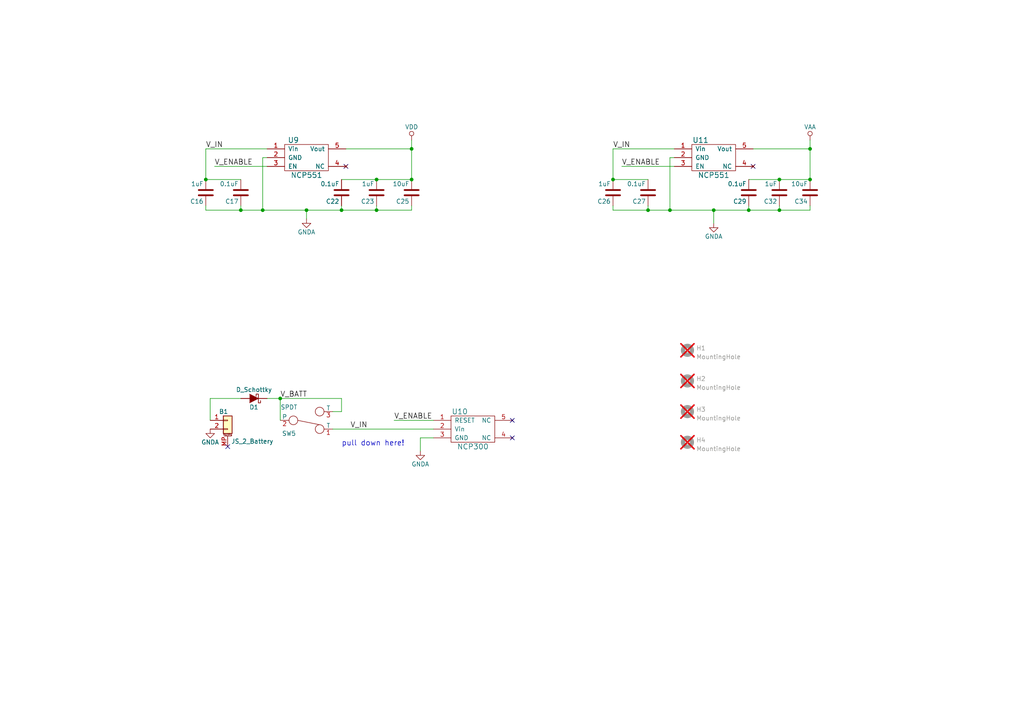
<source format=kicad_sch>
(kicad_sch (version 20231120) (generator "eeschema") (generator_version "8.0")
  (paper "A4")
  (lib_symbols
    (symbol "Connector_Generic_MountingPin:Conn_01x02_MountingPin" (pin_names (offset 1.016) hide)
      (property "Reference" "J" (at 0 2.54 0))
      (property "Value" "Conn_01x02_MountingPin" (at 1.27 -5.08 0))
      (symbol "Conn_01x02_MountingPin_1_1"
        (rectangle (start -1.27 -2.413) (end 0 -2.667) (stroke (width 0.1524)))
        (rectangle (start -1.27 0.127) (end 0 -0.127) (stroke (width 0.1524)))
        (rectangle (start -1.27 1.27) (end 1.27 -3.81) (stroke (width 0.254)) (fill (type background)))
        (polyline (pts (xy -1.016 -4.572) (xy 1.016 -4.572)) (stroke (width 0.1524)))
        (text "Mounting" (at 0 -4.191 0) (effects (font (size 0.381 0.381))))
        (pin passive line (at -5.08 0 0) (length 3.81) (name "Pin_1") (number "1"))
        (pin passive line (at -5.08 -2.54 0) (length 3.81) (name "Pin_2") (number "2"))
        (pin passive line (at 0 -7.62 90) (length 3.048) (name "MountPin") (number "MP"))
      )
    )
    (symbol "Ganglion_01-rescue:C" (pin_numbers hide) (pin_names (offset 0.254))
      (property "Reference" "C" (at 0.635 2.54 0))
      (property "Value" "C" (at 0.635 -2.54 0))
      (symbol "C_0_1"
        (polyline (pts (xy -2.032 -0.762) (xy 2.032 -0.762)) (stroke (width 0.508)))
        (polyline (pts (xy -2.032 0.762) (xy 2.032 0.762)) (stroke (width 0.508)))
      )
      (symbol "C_1_1"
        (pin passive line (at 0 3.81 270) (length 2.794) (name "~") (number "1"))
        (pin passive line (at 0 -3.81 90) (length 2.794) (name "~") (number "2"))
      )
    )
    (symbol "Ganglion_01-rescue:D_Schottky" (pin_numbers hide) (pin_names (offset 1.016) hide)
      (property "Reference" "D" (at 0 2.54 0))
      (property "Value" "D_Schottky" (at 0 -2.54 0))
      (symbol "D_Schottky_0_1"
        (polyline (pts (xy 1.27 1.27) (xy -1.27 0) (xy 1.27 -1.27)) (fill (type outline)))
        (polyline (pts (xy -1.905 0.635) (xy -1.905 1.27) (xy -1.27 1.27) (xy -1.27 -1.27) (xy -0.635 -1.27) (xy -0.635 -0.635)) (stroke (width 0.2032)))
      )
      (symbol "D_Schottky_1_1"
        (pin passive line (at -3.81 0 0) (length 2.54) (name "K") (number "1"))
        (pin passive line (at 3.81 0 180) (length 2.54) (name "A") (number "2"))
      )
    )
    (symbol "Ganglion_01-rescue:GNDA" (power) (pin_names (offset 0))
      (property "Value" "GNDA" (at 0 -3.81 0))
      (symbol "GNDA_0_1"
        (polyline (pts (xy 0 0) (xy 0 -1.27) (xy 1.27 -1.27) (xy 0 -2.54) (xy -1.27 -1.27) (xy 0 -1.27)))
      )
      (symbol "GNDA_1_1"
        (pin power_in line (at 0 0 270) (length 0) hide (name "GNDA") (number "1"))
      )
    )
    (symbol "Ganglion_01-rescue:VAA" (power) (pin_names (offset 0))
      (property "Value" "VAA" (at 0 3.81 0))
      (symbol "VAA_0_1"
        (polyline (pts (xy 0 0) (xy 0 1.27)))
        (circle (center 0 1.905) (radius 0.635))
      )
      (symbol "VAA_1_1"
        (pin power_in line (at 0 0 90) (length 0) hide (name "VAA") (number "1"))
      )
    )
    (symbol "Ganglion_01-rescue:VDD" (power) (pin_names (offset 0))
      (property "Value" "VDD" (at 0 3.81 0))
      (symbol "VDD_0_1"
        (polyline (pts (xy 0 0) (xy 0 1.27)))
        (circle (center 0 1.905) (radius 0.635))
      )
      (symbol "VDD_1_1"
        (pin power_in line (at 0 0 90) (length 0) hide (name "VDD") (number "1"))
      )
    )
    (symbol "Mechanical:MountingHole" (pin_names (offset 1.016))
      (property "Reference" "H" (at 0 5.08 0))
      (property "Value" "MountingHole" (at 0 3.175 0))
      (symbol "MountingHole_0_1"
        (circle (center 0 0) (radius 1.27) (stroke (width 1.27)))
      )
    )
    (symbol "OpenBCI:NCP300" (pin_names (offset 1.016))
      (property "Reference" "U" (at -3.81 5.08 0))
      (property "Value" "NCP300" (at 0 -5.08 0))
      (symbol "NCP300_0_1"
        (rectangle (start -6.35 3.81) (end 6.35 -3.81))
      )
      (symbol "NCP300_1_1"
        (pin output line (at -11.43 2.54 0) (length 5.08) (name "RESET") (number "1"))
        (pin power_in line (at -11.43 0 0) (length 5.08) (name "Vin") (number "2"))
        (pin power_in line (at -11.43 -2.54 0) (length 5.08) (name "GND") (number "3"))
        (pin no_connect line (at 11.43 -2.54 180) (length 5.08) (name "NC") (number "4"))
        (pin no_connect line (at 11.43 2.54 180) (length 5.08) (name "NC") (number "5"))
      )
    )
    (symbol "OpenBCI:NCP551" (pin_names (offset 1.016))
      (property "Reference" "U" (at -3.81 5.08 0))
      (property "Value" "NCP551" (at 0 -5.08 0))
      (symbol "NCP551_0_1"
        (rectangle (start -6.35 3.81) (end 6.35 -3.81))
      )
      (symbol "NCP551_1_1"
        (pin power_in line (at -11.43 2.54 0) (length 5.08) (name "Vin") (number "1"))
        (pin power_in line (at -11.43 0 0) (length 5.08) (name "GND") (number "2"))
        (pin input line (at -11.43 -2.54 0) (length 5.08) (name "EN") (number "3"))
        (pin no_connect line (at 11.43 -2.54 180) (length 5.08) (name "NC") (number "4"))
        (pin power_out line (at 11.43 2.54 180) (length 5.08) (name "Vout") (number "5"))
      )
    )
    (symbol "OpenBCI:SPDT" (pin_names (offset 0))
      (property "Reference" "SW" (at -5.08 3.81 0))
      (property "Value" "SPDT" (at -5.08 -3.81 0))
      (symbol "SPDT_0_0"
        (circle (center -3.81 0) (radius 1.27))
        (circle (center 3.81 -2.54) (radius 1.27))
      )
      (symbol "SPDT_0_1"
        (polyline (pts (xy -2.54 0) (xy 3.81 1.27)))
        (circle (center 3.81 2.54) (radius 1.27))
      )
      (symbol "SPDT_1_1"
        (pin passive line (at 7.62 2.54 180) (length 2.54) (name "T") (number "1"))
        (pin passive line (at -7.62 0 0) (length 2.54) (name "P") (number "2"))
        (pin passive line (at 7.62 -2.54 180) (length 2.54) (name "T") (number "3"))
      )
    )
  )
  (junction (at 234.95 52.07))
  (junction (at 187.96 60.96))
  (junction (at 177.8 52.07))
  (junction (at 226.06 52.07))
  (junction (at 109.22 52.07))
  (junction (at 194.31 60.96))
  (junction (at 99.06 60.96))
  (junction (at 226.06 60.96))
  (junction (at 88.9 60.96))
  (junction (at 59.69 52.07))
  (junction (at 119.38 52.07))
  (junction (at 234.95 43.18))
  (junction (at 207.01 60.96))
  (junction (at 69.85 60.96))
  (junction (at 81.28 115.57))
  (junction (at 76.2 60.96))
  (junction (at 217.17 60.96))
  (junction (at 109.22 60.96))
  (junction (at 119.38 43.18))
  (no_connect (at 100.33 48.26))
  (no_connect (at 148.59 127))
  (no_connect (at 148.59 121.92))
  (no_connect (at 66.04 129.54))
  (no_connect (at 218.44 48.26))
  (wire (pts (xy 99.06 115.57) (xy 99.06 119.38)))
  (wire (pts (xy 76.2 45.72) (xy 76.2 60.96)))
  (wire (pts (xy 99.06 52.07) (xy 109.22 52.07)))
  (wire (pts (xy 125.73 127) (xy 121.92 127)))
  (wire (pts (xy 88.9 60.96) (xy 88.9 63.5)))
  (wire (pts (xy 177.8 59.69) (xy 177.8 60.96)))
  (wire (pts (xy 99.06 119.38) (xy 96.52 119.38)))
  (wire (pts (xy 77.47 115.57) (xy 81.28 115.57)))
  (wire (pts (xy 234.95 60.96) (xy 234.95 59.69)))
  (wire (pts (xy 59.69 43.18) (xy 59.69 52.07)))
  (wire (pts (xy 119.38 43.18) (xy 119.38 40.64)))
  (wire (pts (xy 226.06 60.96) (xy 234.95 60.96)))
  (wire (pts (xy 109.22 60.96) (xy 119.38 60.96)))
  (wire (pts (xy 226.06 60.96) (xy 226.06 59.69)))
  (wire (pts (xy 207.01 60.96) (xy 207.01 64.77)))
  (wire (pts (xy 217.17 52.07) (xy 226.06 52.07)))
  (wire (pts (xy 119.38 52.07) (xy 119.38 43.18)))
  (wire (pts (xy 69.85 59.69) (xy 69.85 60.96)))
  (wire (pts (xy 194.31 60.96) (xy 207.01 60.96)))
  (wire (pts (xy 195.58 48.26) (xy 180.34 48.26)))
  (wire (pts (xy 207.01 60.96) (xy 217.17 60.96)))
  (wire (pts (xy 195.58 45.72) (xy 194.31 45.72)))
  (wire (pts (xy 109.22 60.96) (xy 109.22 59.69)))
  (wire (pts (xy 60.96 115.57) (xy 60.96 121.92)))
  (wire (pts (xy 195.58 43.18) (xy 177.8 43.18)))
  (wire (pts (xy 77.47 43.18) (xy 59.69 43.18)))
  (wire (pts (xy 217.17 60.96) (xy 217.17 59.69)))
  (wire (pts (xy 77.47 45.72) (xy 76.2 45.72)))
  (wire (pts (xy 59.69 52.07) (xy 69.85 52.07)))
  (wire (pts (xy 218.44 43.18) (xy 234.95 43.18)))
  (wire (pts (xy 69.85 60.96) (xy 76.2 60.96)))
  (wire (pts (xy 177.8 60.96) (xy 187.96 60.96)))
  (wire (pts (xy 60.96 115.57) (xy 69.85 115.57)))
  (wire (pts (xy 226.06 52.07) (xy 234.95 52.07)))
  (wire (pts (xy 121.92 127) (xy 121.92 130.81)))
  (wire (pts (xy 59.69 60.96) (xy 69.85 60.96)))
  (wire (pts (xy 100.33 43.18) (xy 119.38 43.18)))
  (wire (pts (xy 187.96 52.07) (xy 177.8 52.07)))
  (wire (pts (xy 217.17 60.96) (xy 226.06 60.96)))
  (wire (pts (xy 99.06 60.96) (xy 109.22 60.96)))
  (wire (pts (xy 59.69 59.69) (xy 59.69 60.96)))
  (wire (pts (xy 81.28 115.57) (xy 81.28 121.92)))
  (wire (pts (xy 77.47 48.26) (xy 62.23 48.26)))
  (wire (pts (xy 99.06 60.96) (xy 99.06 59.69)))
  (wire (pts (xy 96.52 124.46) (xy 125.73 124.46)))
  (wire (pts (xy 194.31 45.72) (xy 194.31 60.96)))
  (wire (pts (xy 177.8 43.18) (xy 177.8 52.07)))
  (wire (pts (xy 109.22 52.07) (xy 119.38 52.07)))
  (wire (pts (xy 76.2 60.96) (xy 88.9 60.96)))
  (wire (pts (xy 125.73 121.92) (xy 114.3 121.92)))
  (wire (pts (xy 187.96 60.96) (xy 194.31 60.96)))
  (wire (pts (xy 81.28 115.57) (xy 99.06 115.57)))
  (wire (pts (xy 88.9 60.96) (xy 99.06 60.96)))
  (wire (pts (xy 234.95 43.18) (xy 234.95 40.64)))
  (wire (pts (xy 187.96 59.69) (xy 187.96 60.96)))
  (wire (pts (xy 234.95 52.07) (xy 234.95 43.18)))
  (wire (pts (xy 119.38 60.96) (xy 119.38 59.69)))
  (text "pull down here!" (at 99.06 129.54 0) (effects (font (size 1.524 1.524)) (justify left bottom)))
  (label "V_ENABLE" (at 114.3 121.92 0) (effects (font (size 1.524 1.524))))
  (label "V_ENABLE" (at 180.34 48.26 0) (effects (font (size 1.524 1.524))))
  (label "V_IN" (at 177.8 43.18 0) (effects (font (size 1.524 1.524))))
  (label "V_ENABLE" (at 62.23 48.26 0) (effects (font (size 1.524 1.524))))
  (label "V_BATT" (at 81.28 115.57 0) (effects (font (size 1.524 1.524))))
  (label "V_IN" (at 101.6 124.46 0) (effects (font (size 1.524 1.524))))
  (label "V_IN" (at 59.69 43.18 0) (effects (font (size 1.524 1.524))))
  (symbol (lib_id "Mechanical:MountingHole") (at 199.39 119.38 0) (unit 1) (in_bom no) (dnp yes)
    (property "Reference" "H3" (at 201.93 118.745 0) (effects (justify left)))
    (property "Value" "MountingHole" (at 201.93 121.285 0) (effects (justify left)))
    (property "Footprint" "MountingHole:MountingHole_3.2mm_M3_Pad" (effects (hide yes)))
  )
  (symbol (lib_id "Ganglion_01-rescue:C") (at 234.95 55.88 180) (unit 1)
    (property "Reference" "C34" (at 234.315 58.42 0) (effects (justify left)))
    (property "Value" "10uF" (at 234.315 53.34 0) (effects (justify left)))
    (property "Footprint" "Capacitor_SMD:C_0603_1608Metric" (effects (hide yes)))
    (property "MPN" "GRM188R60J106KE47D" (effects (hide yes)))
    (property "SPN" "490-12538-1-ND" (effects (hide yes)))
  )
  (symbol (lib_id "OpenBCI:NCP551") (at 88.9 45.72 0) (unit 1)
    (property "Reference" "U9" (at 85.09 40.64 0) (effects (font (size 1.524 1.524))))
    (property "Value" "NCP551" (at 88.9 50.8 0) (effects (font (size 1.524 1.524))))
    (property "Footprint" "Package_TO_SOT_SMD:SOT-23-5" (effects (hide yes)))
    (property "MPN" "NCP551SN30T1G" (effects (hide yes)))
    (property "SPN" "NCP551SN30T1GOSCT-ND" (effects (hide yes)))
  )
  (symbol (lib_id "Ganglion_01-rescue:D_Schottky") (at 73.66 115.57 180) (unit 1)
    (property "Reference" "D1" (at 73.66 118.11 0))
    (property "Value" "D_Schottky" (at 73.66 113.03 0))
    (property "Footprint" "Capacitor_SMD:C_0603_1608Metric" (effects (hide yes)))
    (property "MPN" "CDBU0130L" (effects (hide yes)))
    (property "SPN" "641-1282-1-ND" (effects (hide yes)))
  )
  (symbol (lib_id "Ganglion_01-rescue:GNDA") (at 88.9 63.5 0) (unit 1)
    (property "Reference" "#PWR013" (effects (hide yes)))
    (property "Value" "GNDA" (at 88.9 67.31 0))
  )
  (symbol (lib_id "Ganglion_01-rescue:C") (at 99.06 55.88 180) (unit 1)
    (property "Reference" "C22" (at 98.425 58.42 0) (effects (justify left)))
    (property "Value" "0.1uF" (at 98.425 53.34 0) (effects (justify left)))
    (property "Footprint" "Capacitor_SMD:C_0402_1005Metric" (effects (hide yes)))
    (property "MPN" "GRM155R71C104KA88J" (effects (hide yes)))
    (property "SPN" "490-6328-1-ND" (effects (hide yes)))
  )
  (symbol (lib_id "Ganglion_01-rescue:GNDA") (at 207.01 64.77 0) (unit 1)
    (property "Reference" "#PWR031" (effects (hide yes)))
    (property "Value" "GNDA" (at 207.01 68.58 0))
  )
  (symbol (lib_id "OpenBCI:NCP300") (at 137.16 124.46 0) (unit 1)
    (property "Reference" "U10" (at 133.35 119.38 0) (effects (font (size 1.524 1.524))))
    (property "Value" "NCP300" (at 137.16 129.54 0) (effects (font (size 1.524 1.524))))
    (property "Footprint" "Package_TO_SOT_SMD:SOT-23-5" (effects (hide yes)))
    (property "MPN" "BD4930G-TR" (effects (hide yes)))
    (property "SPN" "BD4930GCT-ND" (effects (hide yes)))
  )
  (symbol (lib_id "Ganglion_01-rescue:C") (at 226.06 55.88 180) (unit 1)
    (property "Reference" "C32" (at 225.425 58.42 0) (effects (justify left)))
    (property "Value" "1uF" (at 225.425 53.34 0) (effects (justify left)))
    (property "Footprint" "Capacitor_SMD:C_0603_1608Metric" (effects (hide yes)))
    (property "MPN" "CC0603KRX7R7BB105" (effects (hide yes)))
    (property "SPN" "311-1446-1-ND" (effects (hide yes)))
  )
  (symbol (lib_id "Ganglion_01-rescue:C") (at 187.96 55.88 180) (unit 1)
    (property "Reference" "C27" (at 187.325 58.42 0) (effects (justify left)))
    (property "Value" "0.1uF" (at 187.325 53.34 0) (effects (justify left)))
    (property "Footprint" "Capacitor_SMD:C_0402_1005Metric" (effects (hide yes)))
    (property "MPN" "GRM155R71C104KA88J" (effects (hide yes)))
    (property "SPN" "490-6328-1-ND" (effects (hide yes)))
  )
  (symbol (lib_id "Mechanical:MountingHole") (at 199.39 128.27 0) (unit 1) (in_bom no) (dnp yes)
    (property "Reference" "H4" (at 201.93 127.635 0) (effects (justify left)))
    (property "Value" "MountingHole" (at 201.93 130.175 0) (effects (justify left)))
    (property "Footprint" "MountingHole:MountingHole_3.2mm_M3_Pad" (effects (hide yes)))
  )
  (symbol (lib_id "Ganglion_01-rescue:C") (at 177.8 55.88 180) (unit 1)
    (property "Reference" "C26" (at 177.165 58.42 0) (effects (justify left)))
    (property "Value" "1uF" (at 177.165 53.34 0) (effects (justify left)))
    (property "Footprint" "Capacitor_SMD:C_0603_1608Metric" (effects (hide yes)))
    (property "MPN" "CC0603KRX7R7BB105" (effects (hide yes)))
    (property "SPN" "311-1446-1-ND" (effects (hide yes)))
  )
  (symbol (lib_id "OpenBCI:NCP551") (at 207.01 45.72 0) (unit 1)
    (property "Reference" "U11" (at 203.2 40.64 0) (effects (font (size 1.524 1.524))))
    (property "Value" "NCP551" (at 207.01 50.8 0) (effects (font (size 1.524 1.524))))
    (property "Footprint" "Package_TO_SOT_SMD:SOT-23-5" (effects (hide yes)))
    (property "MPN" "NCP551SN30T1G" (effects (hide yes)))
    (property "SPN" "NCP551SN30T1GOSCT-ND" (effects (hide yes)))
  )
  (symbol (lib_id "Ganglion_01-rescue:VDD") (at 119.38 40.64 0) (unit 1)
    (property "Reference" "#PWR016" (effects (hide yes)))
    (property "Value" "VDD" (at 119.38 36.83 0))
  )
  (symbol (lib_id "Ganglion_01-rescue:C") (at 109.22 55.88 180) (unit 1)
    (property "Reference" "C23" (at 108.585 58.42 0) (effects (justify left)))
    (property "Value" "1uF" (at 108.585 53.34 0) (effects (justify left)))
    (property "Footprint" "Capacitor_SMD:C_0603_1608Metric" (effects (hide yes)))
    (property "MPN" "CC0603KRX7R7BB105" (effects (hide yes)))
    (property "SPN" "311-1446-1-ND" (effects (hide yes)))
  )
  (symbol (lib_id "OpenBCI:SPDT") (at 88.9 121.92 0) (mirror x) (unit 1)
    (property "Reference" "SW5" (at 83.82 125.73 0))
    (property "Value" "SPDT" (at 83.82 118.11 0))
    (property "Footprint" "OpenBCI_KiCad_library_files:SSSS810701_SSSS810701" (effects (hide yes)))
    (property "MPN" "SSSS810701" (effects (hide yes)))
    (property "SPN" "4809-SSSS810701CT-ND" (effects (hide yes)))
  )
  (symbol (lib_id "Ganglion_01-rescue:C") (at 119.38 55.88 180) (unit 1)
    (property "Reference" "C25" (at 118.745 58.42 0) (effects (justify left)))
    (property "Value" "10uF" (at 118.745 53.34 0) (effects (justify left)))
    (property "Footprint" "Capacitor_SMD:C_0603_1608Metric" (effects (hide yes)))
    (property "MPN" "GRM188R60J106KE47D" (effects (hide yes)))
    (property "SPN" "490-12538-1-ND" (effects (hide yes)))
  )
  (symbol (lib_id "Ganglion_01-rescue:C") (at 217.17 55.88 180) (unit 1)
    (property "Reference" "C29" (at 216.535 58.42 0) (effects (justify left)))
    (property "Value" "0.1uF" (at 216.535 53.34 0) (effects (justify left)))
    (property "Footprint" "Capacitor_SMD:C_0402_1005Metric" (effects (hide yes)))
    (property "MPN" "GRM155R71C104KA88J" (effects (hide yes)))
    (property "SPN" "490-6328-1-ND" (effects (hide yes)))
  )
  (symbol (lib_id "Ganglion_01-rescue:GNDA") (at 121.92 130.81 0) (unit 1)
    (property "Reference" "#PWR015" (effects (hide yes)))
    (property "Value" "GNDA" (at 121.92 134.62 0))
  )
  (symbol (lib_id "Ganglion_01-rescue:VAA") (at 234.95 40.64 0) (unit 1)
    (property "Reference" "#PWR034" (effects (hide yes)))
    (property "Value" "VAA" (at 234.95 36.83 0))
  )
  (symbol (lib_id "Mechanical:MountingHole") (at 199.39 110.49 0) (unit 1) (in_bom no) (dnp yes)
    (property "Reference" "H2" (at 201.93 109.855 0) (effects (justify left)))
    (property "Value" "MountingHole" (at 201.93 112.395 0) (effects (justify left)))
    (property "Footprint" "MountingHole:MountingHole_3.2mm_M3_Pad" (effects (hide yes)))
  )
  (symbol (lib_id "Ganglion_01-rescue:C") (at 59.69 55.88 180) (unit 1)
    (property "Reference" "C16" (at 59.055 58.42 0) (effects (justify left)))
    (property "Value" "1uF" (at 59.055 53.34 0) (effects (justify left)))
    (property "Footprint" "Capacitor_SMD:C_0603_1608Metric" (effects (hide yes)))
    (property "MPN" "CC0603KRX7R7BB105" (effects (hide yes)))
    (property "SPN" "311-1446-1-ND" (effects (hide yes)))
  )
  (symbol (lib_id "Ganglion_01-rescue:GNDA") (at 60.96 124.46 0) (unit 1)
    (property "Reference" "#PWR012" (effects (hide yes)))
    (property "Value" "GNDA" (at 60.96 128.27 0))
  )
  (symbol (lib_id "Connector_Generic_MountingPin:Conn_01x02_MountingPin") (at 66.04 121.92 0) (unit 1)
    (property "Reference" "B1" (at 63.5 119.38 0) (effects (justify left)))
    (property "Value" "JS_2_Battery" (at 67.056 128.016 0) (effects (justify left)))
    (property "Footprint" "Connector_JST:JST_PH_S2B-PH-SM4-TB_1x02-1MP_P2.00mm_Horizontal" (effects (hide yes)))
    (property "Description" "Generic connectable mounting pin connector, single row, 01x02, script generated (kicad-library-utils/schlib/autogen/connector/)" (effects (hide yes)))
    (property "MPN" "S2B-PH-SM4-TB" (effects (hide yes)))
    (property "SPN" "455-S2B-PH-SM4-TBCT-ND" (effects (hide yes)))
  )
  (symbol (lib_id "Ganglion_01-rescue:C") (at 69.85 55.88 180) (unit 1)
    (property "Reference" "C17" (at 69.215 58.42 0) (effects (justify left)))
    (property "Value" "0.1uF" (at 69.215 53.34 0) (effects (justify left)))
    (property "Footprint" "Capacitor_SMD:C_0402_1005Metric" (effects (hide yes)))
    (property "MPN" "GRM155R71C104KA88J" (effects (hide yes)))
    (property "SPN" "490-6328-1-ND" (effects (hide yes)))
  )
  (symbol (lib_id "Mechanical:MountingHole") (at 199.39 101.6 0) (unit 1) (in_bom no) (dnp yes)
    (property "Reference" "H1" (at 201.93 100.965 0) (effects (justify left)))
    (property "Value" "MountingHole" (at 201.93 103.505 0) (effects (justify left)))
    (property "Footprint" "MountingHole:MountingHole_3.2mm_M3_Pad" (effects (hide yes)))
  )
)
</source>
